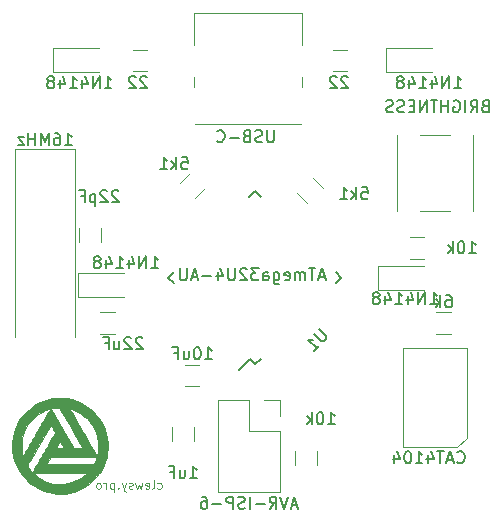
<source format=gbr>
G04 #@! TF.GenerationSoftware,KiCad,Pcbnew,5.1.5+dfsg1-2build2*
G04 #@! TF.CreationDate,2020-08-03T15:49:09+10:00*
G04 #@! TF.ProjectId,macr0,6d616372-302e-46b6-9963-61645f706362,rev?*
G04 #@! TF.SameCoordinates,Original*
G04 #@! TF.FileFunction,Legend,Bot*
G04 #@! TF.FilePolarity,Positive*
%FSLAX46Y46*%
G04 Gerber Fmt 4.6, Leading zero omitted, Abs format (unit mm)*
G04 Created by KiCad (PCBNEW 5.1.5+dfsg1-2build2) date 2020-08-03 15:49:09*
%MOMM*%
%LPD*%
G04 APERTURE LIST*
%ADD10C,0.125000*%
%ADD11C,0.010000*%
%ADD12C,0.120000*%
%ADD13C,0.150000*%
G04 APERTURE END LIST*
D10*
X129410714Y-117651571D02*
X129482142Y-117687285D01*
X129625000Y-117687285D01*
X129696428Y-117651571D01*
X129732142Y-117615857D01*
X129767857Y-117544428D01*
X129767857Y-117330142D01*
X129732142Y-117258714D01*
X129696428Y-117223000D01*
X129625000Y-117187285D01*
X129482142Y-117187285D01*
X129410714Y-117223000D01*
X128982142Y-117687285D02*
X129053571Y-117651571D01*
X129089285Y-117580142D01*
X129089285Y-116937285D01*
X128410714Y-117651571D02*
X128482142Y-117687285D01*
X128625000Y-117687285D01*
X128696428Y-117651571D01*
X128732142Y-117580142D01*
X128732142Y-117294428D01*
X128696428Y-117223000D01*
X128625000Y-117187285D01*
X128482142Y-117187285D01*
X128410714Y-117223000D01*
X128375000Y-117294428D01*
X128375000Y-117365857D01*
X128732142Y-117437285D01*
X128125000Y-117187285D02*
X127982142Y-117687285D01*
X127839285Y-117330142D01*
X127696428Y-117687285D01*
X127553571Y-117187285D01*
X127303571Y-117651571D02*
X127232142Y-117687285D01*
X127089285Y-117687285D01*
X127017857Y-117651571D01*
X126982142Y-117580142D01*
X126982142Y-117544428D01*
X127017857Y-117473000D01*
X127089285Y-117437285D01*
X127196428Y-117437285D01*
X127267857Y-117401571D01*
X127303571Y-117330142D01*
X127303571Y-117294428D01*
X127267857Y-117223000D01*
X127196428Y-117187285D01*
X127089285Y-117187285D01*
X127017857Y-117223000D01*
X126732142Y-117187285D02*
X126553571Y-117687285D01*
X126375000Y-117187285D02*
X126553571Y-117687285D01*
X126625000Y-117865857D01*
X126660714Y-117901571D01*
X126732142Y-117937285D01*
X126089285Y-117615857D02*
X126053571Y-117651571D01*
X126089285Y-117687285D01*
X126125000Y-117651571D01*
X126089285Y-117615857D01*
X126089285Y-117687285D01*
X125732142Y-117187285D02*
X125732142Y-117937285D01*
X125732142Y-117223000D02*
X125660714Y-117187285D01*
X125517857Y-117187285D01*
X125446428Y-117223000D01*
X125410714Y-117258714D01*
X125375000Y-117330142D01*
X125375000Y-117544428D01*
X125410714Y-117615857D01*
X125446428Y-117651571D01*
X125517857Y-117687285D01*
X125660714Y-117687285D01*
X125732142Y-117651571D01*
X125053571Y-117687285D02*
X125053571Y-117187285D01*
X125053571Y-117330142D02*
X125017857Y-117258714D01*
X124982142Y-117223000D01*
X124910714Y-117187285D01*
X124839285Y-117187285D01*
X124482142Y-117687285D02*
X124553571Y-117651571D01*
X124589285Y-117615857D01*
X124625000Y-117544428D01*
X124625000Y-117330142D01*
X124589285Y-117258714D01*
X124553571Y-117223000D01*
X124482142Y-117187285D01*
X124375000Y-117187285D01*
X124303571Y-117223000D01*
X124267857Y-117258714D01*
X124232142Y-117330142D01*
X124232142Y-117544428D01*
X124267857Y-117615857D01*
X124303571Y-117651571D01*
X124375000Y-117687285D01*
X124482142Y-117687285D01*
D11*
G36*
X120597640Y-110027533D02*
G01*
X120204791Y-110102179D01*
X119817960Y-110215889D01*
X119489954Y-110345898D01*
X119140320Y-110523894D01*
X118809197Y-110736587D01*
X118499530Y-110981133D01*
X118214262Y-111254688D01*
X117956338Y-111554408D01*
X117728702Y-111877451D01*
X117534297Y-112220972D01*
X117521041Y-112247680D01*
X117360946Y-112617618D01*
X117239695Y-112994361D01*
X117156561Y-113375456D01*
X117110814Y-113758452D01*
X117101727Y-114140899D01*
X117128571Y-114520345D01*
X117190619Y-114894340D01*
X117287142Y-115260431D01*
X117417413Y-115616169D01*
X117580703Y-115959103D01*
X117776284Y-116286780D01*
X118003427Y-116596750D01*
X118261406Y-116886563D01*
X118549491Y-117153767D01*
X118866954Y-117395910D01*
X119093714Y-117541701D01*
X119430641Y-117720286D01*
X119788251Y-117866326D01*
X120161439Y-117978688D01*
X120545101Y-118056238D01*
X120934132Y-118097841D01*
X121323427Y-118102364D01*
X121549829Y-118087310D01*
X121944382Y-118029330D01*
X122327260Y-117933598D01*
X122696216Y-117801891D01*
X123049005Y-117635987D01*
X123383383Y-117437663D01*
X123697103Y-117208698D01*
X123987920Y-116950869D01*
X124253590Y-116665955D01*
X124491866Y-116355732D01*
X124513052Y-116321840D01*
X123462408Y-116321840D01*
X123382084Y-116405049D01*
X123257492Y-116519533D01*
X123102259Y-116639096D01*
X122925057Y-116758513D01*
X122734557Y-116872561D01*
X122539431Y-116976015D01*
X122348350Y-117063650D01*
X122188502Y-117124178D01*
X121852244Y-117216201D01*
X121506906Y-117272138D01*
X121160020Y-117291137D01*
X120850273Y-117275699D01*
X120579212Y-117238622D01*
X120328083Y-117183168D01*
X120083880Y-117105530D01*
X119833593Y-117001901D01*
X119704664Y-116940418D01*
X119550452Y-116857465D01*
X119390863Y-116759915D01*
X119235567Y-116654485D01*
X119094236Y-116547894D01*
X118976541Y-116446859D01*
X118933917Y-116405049D01*
X118853593Y-116321840D01*
X123462408Y-116321840D01*
X124513052Y-116321840D01*
X124700503Y-116021979D01*
X124877256Y-115666473D01*
X124997746Y-115357303D01*
X125108665Y-114973089D01*
X125109785Y-114967000D01*
X124266960Y-114967000D01*
X124259547Y-114998460D01*
X124239628Y-115058191D01*
X124210688Y-115137103D01*
X124176209Y-115226104D01*
X124139674Y-115316102D01*
X124104568Y-115398007D01*
X124087226Y-115436106D01*
X124005437Y-115610640D01*
X122022919Y-115610640D01*
X121742865Y-115610525D01*
X121474597Y-115610191D01*
X121220869Y-115609655D01*
X120984434Y-115608931D01*
X120768047Y-115608036D01*
X120574462Y-115606986D01*
X120406434Y-115605797D01*
X120266716Y-115604485D01*
X120158063Y-115603065D01*
X120083228Y-115601553D01*
X120044967Y-115599965D01*
X120040400Y-115599187D01*
X120050234Y-115578831D01*
X120077540Y-115529331D01*
X120119023Y-115456478D01*
X120171391Y-115366061D01*
X120225335Y-115274067D01*
X120410269Y-114960400D01*
X122338615Y-114960400D01*
X122614740Y-114960467D01*
X122879042Y-114960665D01*
X123128728Y-114960982D01*
X123361005Y-114961410D01*
X123573080Y-114961939D01*
X123762161Y-114962559D01*
X123925455Y-114963261D01*
X124060170Y-114964035D01*
X124163513Y-114964872D01*
X124232691Y-114965762D01*
X124264911Y-114966695D01*
X124266960Y-114967000D01*
X125109785Y-114967000D01*
X125180286Y-114583942D01*
X125213218Y-114192598D01*
X125212481Y-114136624D01*
X124401631Y-114136624D01*
X124392286Y-114297434D01*
X124379165Y-114421236D01*
X124363209Y-114542516D01*
X124345566Y-114655204D01*
X124327390Y-114753229D01*
X124309828Y-114830520D01*
X124294033Y-114881005D01*
X124281154Y-114898613D01*
X124278619Y-114897268D01*
X124267653Y-114878966D01*
X124237682Y-114827691D01*
X124189998Y-114745679D01*
X124125895Y-114635165D01*
X124046666Y-114498385D01*
X123953603Y-114337572D01*
X123889380Y-114226517D01*
X123075052Y-114226517D01*
X123070136Y-114235580D01*
X123050504Y-114241687D01*
X123011123Y-114245254D01*
X122946959Y-114246697D01*
X122852978Y-114246432D01*
X122724146Y-114244877D01*
X122701741Y-114244562D01*
X122313178Y-114239040D01*
X122311002Y-114235272D01*
X121483120Y-114235272D01*
X121463935Y-114239974D01*
X121410912Y-114243999D01*
X121330852Y-114247054D01*
X121230556Y-114248848D01*
X121158000Y-114249200D01*
X121048227Y-114248378D01*
X120954284Y-114246106D01*
X120882974Y-114242677D01*
X120841096Y-114238380D01*
X120832880Y-114235272D01*
X120842565Y-114211322D01*
X120868756Y-114160946D01*
X120907163Y-114091470D01*
X120953496Y-114010221D01*
X121003461Y-113924524D01*
X121052768Y-113841706D01*
X121097126Y-113769091D01*
X121132243Y-113714008D01*
X121153827Y-113683781D01*
X121158000Y-113680240D01*
X121172030Y-113696772D01*
X121201538Y-113741485D01*
X121242235Y-113807053D01*
X121289828Y-113886149D01*
X121340026Y-113971448D01*
X121388539Y-114055623D01*
X121431074Y-114131349D01*
X121463340Y-114191299D01*
X121481046Y-114228148D01*
X121483120Y-114235272D01*
X122311002Y-114235272D01*
X121567268Y-112947707D01*
X120731280Y-112947707D01*
X120721390Y-112967778D01*
X120692830Y-113020124D01*
X120647268Y-113101838D01*
X120586371Y-113210008D01*
X120511806Y-113341727D01*
X120425241Y-113494083D01*
X120328342Y-113664169D01*
X120222777Y-113849074D01*
X120110213Y-114045889D01*
X119992317Y-114251704D01*
X119870756Y-114463610D01*
X119747199Y-114678698D01*
X119623311Y-114894058D01*
X119500760Y-115106780D01*
X119381213Y-115313955D01*
X119266338Y-115512674D01*
X119157802Y-115700027D01*
X119057272Y-115873105D01*
X118966414Y-116028998D01*
X118926506Y-116097248D01*
X118814112Y-116289216D01*
X118714714Y-116178528D01*
X118656679Y-116109419D01*
X118588599Y-116021667D01*
X118522402Y-115930814D01*
X118502187Y-115901602D01*
X118452623Y-115824191D01*
X118417487Y-115760040D01*
X118400752Y-115716826D01*
X118400566Y-115705371D01*
X118412785Y-115682249D01*
X118443607Y-115627090D01*
X118491314Y-115542867D01*
X118554190Y-115432554D01*
X118630517Y-115299123D01*
X118718578Y-115145548D01*
X118816656Y-114974802D01*
X118923034Y-114789858D01*
X119035996Y-114593690D01*
X119153823Y-114389269D01*
X119274799Y-114179570D01*
X119397207Y-113967565D01*
X119519330Y-113756227D01*
X119639451Y-113548531D01*
X119755852Y-113347448D01*
X119866817Y-113155952D01*
X119970628Y-112977015D01*
X120065569Y-112813612D01*
X120149922Y-112668715D01*
X120221970Y-112545298D01*
X120279997Y-112446333D01*
X120322285Y-112374793D01*
X120347117Y-112333652D01*
X120353016Y-112324689D01*
X120366661Y-112324266D01*
X120389482Y-112346394D01*
X120423710Y-112394269D01*
X120471577Y-112471086D01*
X120535313Y-112580041D01*
X120553480Y-112611786D01*
X120611148Y-112714194D01*
X120661010Y-112805254D01*
X120699795Y-112878786D01*
X120724233Y-112928609D01*
X120731280Y-112947707D01*
X121567268Y-112947707D01*
X121350711Y-112572800D01*
X121212854Y-112333735D01*
X121081195Y-112104636D01*
X120957115Y-111887945D01*
X120841991Y-111686107D01*
X120737204Y-111501566D01*
X120644132Y-111336765D01*
X120564153Y-111194148D01*
X120498647Y-111076160D01*
X120448993Y-110985245D01*
X120416569Y-110923845D01*
X120411979Y-110914062D01*
X120341595Y-110914062D01*
X120327547Y-110941331D01*
X120294944Y-111000160D01*
X120245356Y-111087857D01*
X120180351Y-111201730D01*
X120101500Y-111339090D01*
X120010372Y-111497243D01*
X119908537Y-111673500D01*
X119797563Y-111865170D01*
X119679021Y-112069560D01*
X119554479Y-112283980D01*
X119425508Y-112505739D01*
X119293676Y-112732146D01*
X119160554Y-112960509D01*
X119027710Y-113188138D01*
X118896715Y-113412341D01*
X118769138Y-113630427D01*
X118646547Y-113839705D01*
X118530513Y-114037484D01*
X118422606Y-114221073D01*
X118324394Y-114387780D01*
X118237447Y-114534914D01*
X118163334Y-114659785D01*
X118103626Y-114759701D01*
X118059891Y-114831971D01*
X118033699Y-114873903D01*
X118026435Y-114883803D01*
X118015549Y-114857818D01*
X117999791Y-114803425D01*
X117982441Y-114732028D01*
X117981258Y-114726720D01*
X117928721Y-114401156D01*
X117911197Y-114063322D01*
X117928400Y-113721079D01*
X117980041Y-113382289D01*
X118039372Y-113141486D01*
X118155355Y-112810964D01*
X118306661Y-112495700D01*
X118490559Y-112198734D01*
X118704315Y-111923103D01*
X118945196Y-111671846D01*
X119210469Y-111448000D01*
X119497400Y-111254604D01*
X119803257Y-111094695D01*
X119928640Y-111041443D01*
X120048005Y-110995491D01*
X120153747Y-110957686D01*
X120240697Y-110929622D01*
X120303687Y-110912893D01*
X120337548Y-110909092D01*
X120341595Y-110914062D01*
X120411979Y-110914062D01*
X120402756Y-110894406D01*
X120402453Y-110892165D01*
X120431505Y-110880135D01*
X120491965Y-110865886D01*
X120574759Y-110850803D01*
X120670814Y-110836269D01*
X120771059Y-110823667D01*
X120866420Y-110814382D01*
X120941272Y-110809983D01*
X121100463Y-110804960D01*
X122075365Y-112491520D01*
X122214796Y-112732747D01*
X122348677Y-112964398D01*
X122475578Y-113184000D01*
X122594071Y-113389078D01*
X122702726Y-113577158D01*
X122800114Y-113745766D01*
X122884806Y-113892427D01*
X122955374Y-114014667D01*
X123010387Y-114110011D01*
X123048417Y-114175987D01*
X123068035Y-114210118D01*
X123070286Y-114214082D01*
X123075052Y-114226517D01*
X123889380Y-114226517D01*
X123848000Y-114154964D01*
X123731149Y-113952794D01*
X123604344Y-113733299D01*
X123468877Y-113498714D01*
X123326041Y-113251273D01*
X123177130Y-112993213D01*
X123129734Y-112911057D01*
X122979404Y-112650210D01*
X122835047Y-112399238D01*
X122697934Y-112160376D01*
X122569337Y-111935859D01*
X122450526Y-111727925D01*
X122342773Y-111538808D01*
X122247348Y-111370744D01*
X122165524Y-111225970D01*
X122098570Y-111106721D01*
X122047759Y-111015233D01*
X122014361Y-110953742D01*
X121999648Y-110924484D01*
X121999087Y-110922300D01*
X122024496Y-110922070D01*
X122079968Y-110935687D01*
X122158383Y-110960606D01*
X122252617Y-110994280D01*
X122355547Y-111034164D01*
X122460051Y-111077711D01*
X122559006Y-111122377D01*
X122559510Y-111122616D01*
X122865011Y-111289361D01*
X123150269Y-111489480D01*
X123412738Y-111719760D01*
X123649869Y-111976990D01*
X123859113Y-112257957D01*
X124037924Y-112559448D01*
X124183754Y-112878253D01*
X124294053Y-113211158D01*
X124328928Y-113353305D01*
X124373160Y-113608418D01*
X124397777Y-113875220D01*
X124401631Y-114136624D01*
X125212481Y-114136624D01*
X125208071Y-113801796D01*
X125165455Y-113414271D01*
X125085982Y-113032760D01*
X124970262Y-112660001D01*
X124818904Y-112298731D01*
X124632519Y-111951686D01*
X124411718Y-111621604D01*
X124157111Y-111311221D01*
X124076071Y-111224276D01*
X123863690Y-111021990D01*
X123622585Y-110825436D01*
X123364572Y-110643180D01*
X123101469Y-110483789D01*
X122936000Y-110397798D01*
X122561462Y-110238884D01*
X122177392Y-110118800D01*
X121786384Y-110037583D01*
X121391028Y-109995274D01*
X120993916Y-109991911D01*
X120597640Y-110027533D01*
G37*
X120597640Y-110027533D02*
X120204791Y-110102179D01*
X119817960Y-110215889D01*
X119489954Y-110345898D01*
X119140320Y-110523894D01*
X118809197Y-110736587D01*
X118499530Y-110981133D01*
X118214262Y-111254688D01*
X117956338Y-111554408D01*
X117728702Y-111877451D01*
X117534297Y-112220972D01*
X117521041Y-112247680D01*
X117360946Y-112617618D01*
X117239695Y-112994361D01*
X117156561Y-113375456D01*
X117110814Y-113758452D01*
X117101727Y-114140899D01*
X117128571Y-114520345D01*
X117190619Y-114894340D01*
X117287142Y-115260431D01*
X117417413Y-115616169D01*
X117580703Y-115959103D01*
X117776284Y-116286780D01*
X118003427Y-116596750D01*
X118261406Y-116886563D01*
X118549491Y-117153767D01*
X118866954Y-117395910D01*
X119093714Y-117541701D01*
X119430641Y-117720286D01*
X119788251Y-117866326D01*
X120161439Y-117978688D01*
X120545101Y-118056238D01*
X120934132Y-118097841D01*
X121323427Y-118102364D01*
X121549829Y-118087310D01*
X121944382Y-118029330D01*
X122327260Y-117933598D01*
X122696216Y-117801891D01*
X123049005Y-117635987D01*
X123383383Y-117437663D01*
X123697103Y-117208698D01*
X123987920Y-116950869D01*
X124253590Y-116665955D01*
X124491866Y-116355732D01*
X124513052Y-116321840D01*
X123462408Y-116321840D01*
X123382084Y-116405049D01*
X123257492Y-116519533D01*
X123102259Y-116639096D01*
X122925057Y-116758513D01*
X122734557Y-116872561D01*
X122539431Y-116976015D01*
X122348350Y-117063650D01*
X122188502Y-117124178D01*
X121852244Y-117216201D01*
X121506906Y-117272138D01*
X121160020Y-117291137D01*
X120850273Y-117275699D01*
X120579212Y-117238622D01*
X120328083Y-117183168D01*
X120083880Y-117105530D01*
X119833593Y-117001901D01*
X119704664Y-116940418D01*
X119550452Y-116857465D01*
X119390863Y-116759915D01*
X119235567Y-116654485D01*
X119094236Y-116547894D01*
X118976541Y-116446859D01*
X118933917Y-116405049D01*
X118853593Y-116321840D01*
X123462408Y-116321840D01*
X124513052Y-116321840D01*
X124700503Y-116021979D01*
X124877256Y-115666473D01*
X124997746Y-115357303D01*
X125108665Y-114973089D01*
X125109785Y-114967000D01*
X124266960Y-114967000D01*
X124259547Y-114998460D01*
X124239628Y-115058191D01*
X124210688Y-115137103D01*
X124176209Y-115226104D01*
X124139674Y-115316102D01*
X124104568Y-115398007D01*
X124087226Y-115436106D01*
X124005437Y-115610640D01*
X122022919Y-115610640D01*
X121742865Y-115610525D01*
X121474597Y-115610191D01*
X121220869Y-115609655D01*
X120984434Y-115608931D01*
X120768047Y-115608036D01*
X120574462Y-115606986D01*
X120406434Y-115605797D01*
X120266716Y-115604485D01*
X120158063Y-115603065D01*
X120083228Y-115601553D01*
X120044967Y-115599965D01*
X120040400Y-115599187D01*
X120050234Y-115578831D01*
X120077540Y-115529331D01*
X120119023Y-115456478D01*
X120171391Y-115366061D01*
X120225335Y-115274067D01*
X120410269Y-114960400D01*
X122338615Y-114960400D01*
X122614740Y-114960467D01*
X122879042Y-114960665D01*
X123128728Y-114960982D01*
X123361005Y-114961410D01*
X123573080Y-114961939D01*
X123762161Y-114962559D01*
X123925455Y-114963261D01*
X124060170Y-114964035D01*
X124163513Y-114964872D01*
X124232691Y-114965762D01*
X124264911Y-114966695D01*
X124266960Y-114967000D01*
X125109785Y-114967000D01*
X125180286Y-114583942D01*
X125213218Y-114192598D01*
X125212481Y-114136624D01*
X124401631Y-114136624D01*
X124392286Y-114297434D01*
X124379165Y-114421236D01*
X124363209Y-114542516D01*
X124345566Y-114655204D01*
X124327390Y-114753229D01*
X124309828Y-114830520D01*
X124294033Y-114881005D01*
X124281154Y-114898613D01*
X124278619Y-114897268D01*
X124267653Y-114878966D01*
X124237682Y-114827691D01*
X124189998Y-114745679D01*
X124125895Y-114635165D01*
X124046666Y-114498385D01*
X123953603Y-114337572D01*
X123889380Y-114226517D01*
X123075052Y-114226517D01*
X123070136Y-114235580D01*
X123050504Y-114241687D01*
X123011123Y-114245254D01*
X122946959Y-114246697D01*
X122852978Y-114246432D01*
X122724146Y-114244877D01*
X122701741Y-114244562D01*
X122313178Y-114239040D01*
X122311002Y-114235272D01*
X121483120Y-114235272D01*
X121463935Y-114239974D01*
X121410912Y-114243999D01*
X121330852Y-114247054D01*
X121230556Y-114248848D01*
X121158000Y-114249200D01*
X121048227Y-114248378D01*
X120954284Y-114246106D01*
X120882974Y-114242677D01*
X120841096Y-114238380D01*
X120832880Y-114235272D01*
X120842565Y-114211322D01*
X120868756Y-114160946D01*
X120907163Y-114091470D01*
X120953496Y-114010221D01*
X121003461Y-113924524D01*
X121052768Y-113841706D01*
X121097126Y-113769091D01*
X121132243Y-113714008D01*
X121153827Y-113683781D01*
X121158000Y-113680240D01*
X121172030Y-113696772D01*
X121201538Y-113741485D01*
X121242235Y-113807053D01*
X121289828Y-113886149D01*
X121340026Y-113971448D01*
X121388539Y-114055623D01*
X121431074Y-114131349D01*
X121463340Y-114191299D01*
X121481046Y-114228148D01*
X121483120Y-114235272D01*
X122311002Y-114235272D01*
X121567268Y-112947707D01*
X120731280Y-112947707D01*
X120721390Y-112967778D01*
X120692830Y-113020124D01*
X120647268Y-113101838D01*
X120586371Y-113210008D01*
X120511806Y-113341727D01*
X120425241Y-113494083D01*
X120328342Y-113664169D01*
X120222777Y-113849074D01*
X120110213Y-114045889D01*
X119992317Y-114251704D01*
X119870756Y-114463610D01*
X119747199Y-114678698D01*
X119623311Y-114894058D01*
X119500760Y-115106780D01*
X119381213Y-115313955D01*
X119266338Y-115512674D01*
X119157802Y-115700027D01*
X119057272Y-115873105D01*
X118966414Y-116028998D01*
X118926506Y-116097248D01*
X118814112Y-116289216D01*
X118714714Y-116178528D01*
X118656679Y-116109419D01*
X118588599Y-116021667D01*
X118522402Y-115930814D01*
X118502187Y-115901602D01*
X118452623Y-115824191D01*
X118417487Y-115760040D01*
X118400752Y-115716826D01*
X118400566Y-115705371D01*
X118412785Y-115682249D01*
X118443607Y-115627090D01*
X118491314Y-115542867D01*
X118554190Y-115432554D01*
X118630517Y-115299123D01*
X118718578Y-115145548D01*
X118816656Y-114974802D01*
X118923034Y-114789858D01*
X119035996Y-114593690D01*
X119153823Y-114389269D01*
X119274799Y-114179570D01*
X119397207Y-113967565D01*
X119519330Y-113756227D01*
X119639451Y-113548531D01*
X119755852Y-113347448D01*
X119866817Y-113155952D01*
X119970628Y-112977015D01*
X120065569Y-112813612D01*
X120149922Y-112668715D01*
X120221970Y-112545298D01*
X120279997Y-112446333D01*
X120322285Y-112374793D01*
X120347117Y-112333652D01*
X120353016Y-112324689D01*
X120366661Y-112324266D01*
X120389482Y-112346394D01*
X120423710Y-112394269D01*
X120471577Y-112471086D01*
X120535313Y-112580041D01*
X120553480Y-112611786D01*
X120611148Y-112714194D01*
X120661010Y-112805254D01*
X120699795Y-112878786D01*
X120724233Y-112928609D01*
X120731280Y-112947707D01*
X121567268Y-112947707D01*
X121350711Y-112572800D01*
X121212854Y-112333735D01*
X121081195Y-112104636D01*
X120957115Y-111887945D01*
X120841991Y-111686107D01*
X120737204Y-111501566D01*
X120644132Y-111336765D01*
X120564153Y-111194148D01*
X120498647Y-111076160D01*
X120448993Y-110985245D01*
X120416569Y-110923845D01*
X120411979Y-110914062D01*
X120341595Y-110914062D01*
X120327547Y-110941331D01*
X120294944Y-111000160D01*
X120245356Y-111087857D01*
X120180351Y-111201730D01*
X120101500Y-111339090D01*
X120010372Y-111497243D01*
X119908537Y-111673500D01*
X119797563Y-111865170D01*
X119679021Y-112069560D01*
X119554479Y-112283980D01*
X119425508Y-112505739D01*
X119293676Y-112732146D01*
X119160554Y-112960509D01*
X119027710Y-113188138D01*
X118896715Y-113412341D01*
X118769138Y-113630427D01*
X118646547Y-113839705D01*
X118530513Y-114037484D01*
X118422606Y-114221073D01*
X118324394Y-114387780D01*
X118237447Y-114534914D01*
X118163334Y-114659785D01*
X118103626Y-114759701D01*
X118059891Y-114831971D01*
X118033699Y-114873903D01*
X118026435Y-114883803D01*
X118015549Y-114857818D01*
X117999791Y-114803425D01*
X117982441Y-114732028D01*
X117981258Y-114726720D01*
X117928721Y-114401156D01*
X117911197Y-114063322D01*
X117928400Y-113721079D01*
X117980041Y-113382289D01*
X118039372Y-113141486D01*
X118155355Y-112810964D01*
X118306661Y-112495700D01*
X118490559Y-112198734D01*
X118704315Y-111923103D01*
X118945196Y-111671846D01*
X119210469Y-111448000D01*
X119497400Y-111254604D01*
X119803257Y-111094695D01*
X119928640Y-111041443D01*
X120048005Y-110995491D01*
X120153747Y-110957686D01*
X120240697Y-110929622D01*
X120303687Y-110912893D01*
X120337548Y-110909092D01*
X120341595Y-110914062D01*
X120411979Y-110914062D01*
X120402756Y-110894406D01*
X120402453Y-110892165D01*
X120431505Y-110880135D01*
X120491965Y-110865886D01*
X120574759Y-110850803D01*
X120670814Y-110836269D01*
X120771059Y-110823667D01*
X120866420Y-110814382D01*
X120941272Y-110809983D01*
X121100463Y-110804960D01*
X122075365Y-112491520D01*
X122214796Y-112732747D01*
X122348677Y-112964398D01*
X122475578Y-113184000D01*
X122594071Y-113389078D01*
X122702726Y-113577158D01*
X122800114Y-113745766D01*
X122884806Y-113892427D01*
X122955374Y-114014667D01*
X123010387Y-114110011D01*
X123048417Y-114175987D01*
X123068035Y-114210118D01*
X123070286Y-114214082D01*
X123075052Y-114226517D01*
X123889380Y-114226517D01*
X123848000Y-114154964D01*
X123731149Y-113952794D01*
X123604344Y-113733299D01*
X123468877Y-113498714D01*
X123326041Y-113251273D01*
X123177130Y-112993213D01*
X123129734Y-112911057D01*
X122979404Y-112650210D01*
X122835047Y-112399238D01*
X122697934Y-112160376D01*
X122569337Y-111935859D01*
X122450526Y-111727925D01*
X122342773Y-111538808D01*
X122247348Y-111370744D01*
X122165524Y-111225970D01*
X122098570Y-111106721D01*
X122047759Y-111015233D01*
X122014361Y-110953742D01*
X121999648Y-110924484D01*
X121999087Y-110922300D01*
X122024496Y-110922070D01*
X122079968Y-110935687D01*
X122158383Y-110960606D01*
X122252617Y-110994280D01*
X122355547Y-111034164D01*
X122460051Y-111077711D01*
X122559006Y-111122377D01*
X122559510Y-111122616D01*
X122865011Y-111289361D01*
X123150269Y-111489480D01*
X123412738Y-111719760D01*
X123649869Y-111976990D01*
X123859113Y-112257957D01*
X124037924Y-112559448D01*
X124183754Y-112878253D01*
X124294053Y-113211158D01*
X124328928Y-113353305D01*
X124373160Y-113608418D01*
X124397777Y-113875220D01*
X124401631Y-114136624D01*
X125212481Y-114136624D01*
X125208071Y-113801796D01*
X125165455Y-113414271D01*
X125085982Y-113032760D01*
X124970262Y-112660001D01*
X124818904Y-112298731D01*
X124632519Y-111951686D01*
X124411718Y-111621604D01*
X124157111Y-111311221D01*
X124076071Y-111224276D01*
X123863690Y-111021990D01*
X123622585Y-110825436D01*
X123364572Y-110643180D01*
X123101469Y-110483789D01*
X122936000Y-110397798D01*
X122561462Y-110238884D01*
X122177392Y-110118800D01*
X121786384Y-110037583D01*
X121391028Y-109995274D01*
X120993916Y-109991911D01*
X120597640Y-110027533D01*
D12*
X122788000Y-95627436D02*
X122788000Y-96831564D01*
X124608000Y-95627436D02*
X124608000Y-96831564D01*
X124583436Y-104542000D02*
X125787564Y-104542000D01*
X124583436Y-102722000D02*
X125787564Y-102722000D01*
X132482000Y-112464436D02*
X132482000Y-113668564D01*
X130662000Y-112464436D02*
X130662000Y-113668564D01*
X131768436Y-107167000D02*
X132972564Y-107167000D01*
X131768436Y-108987000D02*
X132972564Y-108987000D01*
X120558000Y-82407000D02*
X124458000Y-82407000D01*
X120558000Y-80407000D02*
X124458000Y-80407000D01*
X120558000Y-82407000D02*
X120558000Y-80407000D01*
X148753000Y-82407000D02*
X148753000Y-80407000D01*
X148753000Y-80407000D02*
X152653000Y-80407000D01*
X148753000Y-82407000D02*
X152653000Y-82407000D01*
X122718000Y-101457000D02*
X122718000Y-99457000D01*
X122718000Y-99457000D02*
X126618000Y-99457000D01*
X122718000Y-101457000D02*
X126618000Y-101457000D01*
X148118000Y-100822000D02*
X152018000Y-100822000D01*
X148118000Y-98822000D02*
X152018000Y-98822000D01*
X148118000Y-100822000D02*
X148118000Y-98822000D01*
X142896000Y-114496436D02*
X142896000Y-115700564D01*
X141076000Y-114496436D02*
X141076000Y-115700564D01*
X150818436Y-98192000D02*
X152022564Y-98192000D01*
X150818436Y-96372000D02*
X152022564Y-96372000D01*
X131301309Y-91766077D02*
X132152756Y-90914630D01*
X132588244Y-93053012D02*
X133439691Y-92201565D01*
X143400370Y-92202435D02*
X142548923Y-91350988D01*
X142113435Y-93489370D02*
X141261988Y-92637923D01*
X127323436Y-82317000D02*
X128527564Y-82317000D01*
X127323436Y-80497000D02*
X128527564Y-80497000D01*
X145472564Y-82317000D02*
X144268436Y-82317000D01*
X145472564Y-80497000D02*
X144268436Y-80497000D01*
X153031436Y-104542000D02*
X154235564Y-104542000D01*
X153031436Y-102722000D02*
X154235564Y-102722000D01*
X149678000Y-94162000D02*
X149708000Y-94162000D01*
X156138000Y-94162000D02*
X156108000Y-94162000D01*
X156138000Y-87702000D02*
X156108000Y-87702000D01*
X149708000Y-87702000D02*
X149678000Y-87702000D01*
X151608000Y-94162000D02*
X154208000Y-94162000D01*
X149678000Y-87702000D02*
X149678000Y-94162000D01*
X151608000Y-87702000D02*
X154208000Y-87702000D01*
X156138000Y-87702000D02*
X156138000Y-94162000D01*
D13*
X137668000Y-107140555D02*
X137261414Y-106733969D01*
X144986555Y-99822000D02*
X144509258Y-99344703D01*
X137668000Y-92503445D02*
X138145297Y-92980742D01*
X130349445Y-99822000D02*
X130826742Y-100299297D01*
X137668000Y-107140555D02*
X138145297Y-106663258D01*
X130349445Y-99822000D02*
X130826742Y-99344703D01*
X137668000Y-92503445D02*
X137190703Y-92980742D01*
X144986555Y-99822000D02*
X144509258Y-100299297D01*
X137261414Y-106733969D02*
X136359852Y-107635530D01*
D12*
X154813000Y-114182000D02*
X155613000Y-113382000D01*
X155613000Y-113382000D02*
X155613000Y-105782000D01*
X155613000Y-105782000D02*
X150203000Y-105782000D01*
X150203000Y-105782000D02*
X150203000Y-114182000D01*
X150203000Y-114182000D02*
X154813000Y-114182000D01*
X117338000Y-104864500D02*
X117338000Y-88889500D01*
X117338000Y-88889500D02*
X122438000Y-88889500D01*
X122438000Y-88889500D02*
X122438000Y-104864500D01*
X139760000Y-110176000D02*
X138430000Y-110176000D01*
X139760000Y-111506000D02*
X139760000Y-110176000D01*
X137160000Y-110176000D02*
X134560000Y-110176000D01*
X137160000Y-112776000D02*
X137160000Y-110176000D01*
X139760000Y-112776000D02*
X137160000Y-112776000D01*
X134560000Y-110176000D02*
X134560000Y-117916000D01*
X139760000Y-112776000D02*
X139760000Y-117916000D01*
X139760000Y-117916000D02*
X134560000Y-117916000D01*
X132492000Y-77376000D02*
X141682000Y-77376000D01*
X132612000Y-86786000D02*
X141562000Y-86786000D01*
X141682000Y-80106000D02*
X141682000Y-77376000D01*
X132492000Y-80106000D02*
X132492000Y-77376000D01*
X141682000Y-83706000D02*
X141682000Y-82806000D01*
X132492000Y-83706000D02*
X132492000Y-82806000D01*
D13*
X126102857Y-92511619D02*
X126055238Y-92464000D01*
X125960000Y-92416380D01*
X125721904Y-92416380D01*
X125626666Y-92464000D01*
X125579047Y-92511619D01*
X125531428Y-92606857D01*
X125531428Y-92702095D01*
X125579047Y-92844952D01*
X126150476Y-93416380D01*
X125531428Y-93416380D01*
X125150476Y-92511619D02*
X125102857Y-92464000D01*
X125007619Y-92416380D01*
X124769523Y-92416380D01*
X124674285Y-92464000D01*
X124626666Y-92511619D01*
X124579047Y-92606857D01*
X124579047Y-92702095D01*
X124626666Y-92844952D01*
X125198095Y-93416380D01*
X124579047Y-93416380D01*
X124150476Y-92749714D02*
X124150476Y-93749714D01*
X124150476Y-92797333D02*
X124055238Y-92749714D01*
X123864761Y-92749714D01*
X123769523Y-92797333D01*
X123721904Y-92844952D01*
X123674285Y-92940190D01*
X123674285Y-93225904D01*
X123721904Y-93321142D01*
X123769523Y-93368761D01*
X123864761Y-93416380D01*
X124055238Y-93416380D01*
X124150476Y-93368761D01*
X122912380Y-92892571D02*
X123245714Y-92892571D01*
X123245714Y-93416380D02*
X123245714Y-92416380D01*
X122769523Y-92416380D01*
X128134857Y-104957619D02*
X128087238Y-104910000D01*
X127992000Y-104862380D01*
X127753904Y-104862380D01*
X127658666Y-104910000D01*
X127611047Y-104957619D01*
X127563428Y-105052857D01*
X127563428Y-105148095D01*
X127611047Y-105290952D01*
X128182476Y-105862380D01*
X127563428Y-105862380D01*
X127182476Y-104957619D02*
X127134857Y-104910000D01*
X127039619Y-104862380D01*
X126801523Y-104862380D01*
X126706285Y-104910000D01*
X126658666Y-104957619D01*
X126611047Y-105052857D01*
X126611047Y-105148095D01*
X126658666Y-105290952D01*
X127230095Y-105862380D01*
X126611047Y-105862380D01*
X125753904Y-105195714D02*
X125753904Y-105862380D01*
X126182476Y-105195714D02*
X126182476Y-105719523D01*
X126134857Y-105814761D01*
X126039619Y-105862380D01*
X125896761Y-105862380D01*
X125801523Y-105814761D01*
X125753904Y-105767142D01*
X124944380Y-105338571D02*
X125277714Y-105338571D01*
X125277714Y-105862380D02*
X125277714Y-104862380D01*
X124801523Y-104862380D01*
X132167238Y-116784380D02*
X132738666Y-116784380D01*
X132452952Y-116784380D02*
X132452952Y-115784380D01*
X132548190Y-115927238D01*
X132643428Y-116022476D01*
X132738666Y-116070095D01*
X131310095Y-116117714D02*
X131310095Y-116784380D01*
X131738666Y-116117714D02*
X131738666Y-116641523D01*
X131691047Y-116736761D01*
X131595809Y-116784380D01*
X131452952Y-116784380D01*
X131357714Y-116736761D01*
X131310095Y-116689142D01*
X130500571Y-116260571D02*
X130833904Y-116260571D01*
X130833904Y-116784380D02*
X130833904Y-115784380D01*
X130357714Y-115784380D01*
X133441928Y-106709380D02*
X134013357Y-106709380D01*
X133727642Y-106709380D02*
X133727642Y-105709380D01*
X133822880Y-105852238D01*
X133918119Y-105947476D01*
X134013357Y-105995095D01*
X132822880Y-105709380D02*
X132727642Y-105709380D01*
X132632404Y-105757000D01*
X132584785Y-105804619D01*
X132537166Y-105899857D01*
X132489547Y-106090333D01*
X132489547Y-106328428D01*
X132537166Y-106518904D01*
X132584785Y-106614142D01*
X132632404Y-106661761D01*
X132727642Y-106709380D01*
X132822880Y-106709380D01*
X132918119Y-106661761D01*
X132965738Y-106614142D01*
X133013357Y-106518904D01*
X133060976Y-106328428D01*
X133060976Y-106090333D01*
X133013357Y-105899857D01*
X132965738Y-105804619D01*
X132918119Y-105757000D01*
X132822880Y-105709380D01*
X131632404Y-106042714D02*
X131632404Y-106709380D01*
X132060976Y-106042714D02*
X132060976Y-106566523D01*
X132013357Y-106661761D01*
X131918119Y-106709380D01*
X131775261Y-106709380D01*
X131680023Y-106661761D01*
X131632404Y-106614142D01*
X130822880Y-106185571D02*
X131156214Y-106185571D01*
X131156214Y-106709380D02*
X131156214Y-105709380D01*
X130680023Y-105709380D01*
X124950857Y-83764380D02*
X125522285Y-83764380D01*
X125236571Y-83764380D02*
X125236571Y-82764380D01*
X125331809Y-82907238D01*
X125427047Y-83002476D01*
X125522285Y-83050095D01*
X124522285Y-83764380D02*
X124522285Y-82764380D01*
X123950857Y-83764380D01*
X123950857Y-82764380D01*
X123046095Y-83097714D02*
X123046095Y-83764380D01*
X123284190Y-82716761D02*
X123522285Y-83431047D01*
X122903238Y-83431047D01*
X121998476Y-83764380D02*
X122569904Y-83764380D01*
X122284190Y-83764380D02*
X122284190Y-82764380D01*
X122379428Y-82907238D01*
X122474666Y-83002476D01*
X122569904Y-83050095D01*
X121141333Y-83097714D02*
X121141333Y-83764380D01*
X121379428Y-82716761D02*
X121617523Y-83431047D01*
X120998476Y-83431047D01*
X120474666Y-83192952D02*
X120569904Y-83145333D01*
X120617523Y-83097714D01*
X120665142Y-83002476D01*
X120665142Y-82954857D01*
X120617523Y-82859619D01*
X120569904Y-82812000D01*
X120474666Y-82764380D01*
X120284190Y-82764380D01*
X120188952Y-82812000D01*
X120141333Y-82859619D01*
X120093714Y-82954857D01*
X120093714Y-83002476D01*
X120141333Y-83097714D01*
X120188952Y-83145333D01*
X120284190Y-83192952D01*
X120474666Y-83192952D01*
X120569904Y-83240571D01*
X120617523Y-83288190D01*
X120665142Y-83383428D01*
X120665142Y-83573904D01*
X120617523Y-83669142D01*
X120569904Y-83716761D01*
X120474666Y-83764380D01*
X120284190Y-83764380D01*
X120188952Y-83716761D01*
X120141333Y-83669142D01*
X120093714Y-83573904D01*
X120093714Y-83383428D01*
X120141333Y-83288190D01*
X120188952Y-83240571D01*
X120284190Y-83192952D01*
X154542857Y-83764380D02*
X155114285Y-83764380D01*
X154828571Y-83764380D02*
X154828571Y-82764380D01*
X154923809Y-82907238D01*
X155019047Y-83002476D01*
X155114285Y-83050095D01*
X154114285Y-83764380D02*
X154114285Y-82764380D01*
X153542857Y-83764380D01*
X153542857Y-82764380D01*
X152638095Y-83097714D02*
X152638095Y-83764380D01*
X152876190Y-82716761D02*
X153114285Y-83431047D01*
X152495238Y-83431047D01*
X151590476Y-83764380D02*
X152161904Y-83764380D01*
X151876190Y-83764380D02*
X151876190Y-82764380D01*
X151971428Y-82907238D01*
X152066666Y-83002476D01*
X152161904Y-83050095D01*
X150733333Y-83097714D02*
X150733333Y-83764380D01*
X150971428Y-82716761D02*
X151209523Y-83431047D01*
X150590476Y-83431047D01*
X150066666Y-83192952D02*
X150161904Y-83145333D01*
X150209523Y-83097714D01*
X150257142Y-83002476D01*
X150257142Y-82954857D01*
X150209523Y-82859619D01*
X150161904Y-82812000D01*
X150066666Y-82764380D01*
X149876190Y-82764380D01*
X149780952Y-82812000D01*
X149733333Y-82859619D01*
X149685714Y-82954857D01*
X149685714Y-83002476D01*
X149733333Y-83097714D01*
X149780952Y-83145333D01*
X149876190Y-83192952D01*
X150066666Y-83192952D01*
X150161904Y-83240571D01*
X150209523Y-83288190D01*
X150257142Y-83383428D01*
X150257142Y-83573904D01*
X150209523Y-83669142D01*
X150161904Y-83716761D01*
X150066666Y-83764380D01*
X149876190Y-83764380D01*
X149780952Y-83716761D01*
X149733333Y-83669142D01*
X149685714Y-83573904D01*
X149685714Y-83383428D01*
X149733333Y-83288190D01*
X149780952Y-83240571D01*
X149876190Y-83192952D01*
X128888857Y-99004380D02*
X129460285Y-99004380D01*
X129174571Y-99004380D02*
X129174571Y-98004380D01*
X129269809Y-98147238D01*
X129365047Y-98242476D01*
X129460285Y-98290095D01*
X128460285Y-99004380D02*
X128460285Y-98004380D01*
X127888857Y-99004380D01*
X127888857Y-98004380D01*
X126984095Y-98337714D02*
X126984095Y-99004380D01*
X127222190Y-97956761D02*
X127460285Y-98671047D01*
X126841238Y-98671047D01*
X125936476Y-99004380D02*
X126507904Y-99004380D01*
X126222190Y-99004380D02*
X126222190Y-98004380D01*
X126317428Y-98147238D01*
X126412666Y-98242476D01*
X126507904Y-98290095D01*
X125079333Y-98337714D02*
X125079333Y-99004380D01*
X125317428Y-97956761D02*
X125555523Y-98671047D01*
X124936476Y-98671047D01*
X124412666Y-98432952D02*
X124507904Y-98385333D01*
X124555523Y-98337714D01*
X124603142Y-98242476D01*
X124603142Y-98194857D01*
X124555523Y-98099619D01*
X124507904Y-98052000D01*
X124412666Y-98004380D01*
X124222190Y-98004380D01*
X124126952Y-98052000D01*
X124079333Y-98099619D01*
X124031714Y-98194857D01*
X124031714Y-98242476D01*
X124079333Y-98337714D01*
X124126952Y-98385333D01*
X124222190Y-98432952D01*
X124412666Y-98432952D01*
X124507904Y-98480571D01*
X124555523Y-98528190D01*
X124603142Y-98623428D01*
X124603142Y-98813904D01*
X124555523Y-98909142D01*
X124507904Y-98956761D01*
X124412666Y-99004380D01*
X124222190Y-99004380D01*
X124126952Y-98956761D01*
X124079333Y-98909142D01*
X124031714Y-98813904D01*
X124031714Y-98623428D01*
X124079333Y-98528190D01*
X124126952Y-98480571D01*
X124222190Y-98432952D01*
X152510857Y-102052380D02*
X153082285Y-102052380D01*
X152796571Y-102052380D02*
X152796571Y-101052380D01*
X152891809Y-101195238D01*
X152987047Y-101290476D01*
X153082285Y-101338095D01*
X152082285Y-102052380D02*
X152082285Y-101052380D01*
X151510857Y-102052380D01*
X151510857Y-101052380D01*
X150606095Y-101385714D02*
X150606095Y-102052380D01*
X150844190Y-101004761D02*
X151082285Y-101719047D01*
X150463238Y-101719047D01*
X149558476Y-102052380D02*
X150129904Y-102052380D01*
X149844190Y-102052380D02*
X149844190Y-101052380D01*
X149939428Y-101195238D01*
X150034666Y-101290476D01*
X150129904Y-101338095D01*
X148701333Y-101385714D02*
X148701333Y-102052380D01*
X148939428Y-101004761D02*
X149177523Y-101719047D01*
X148558476Y-101719047D01*
X148034666Y-101480952D02*
X148129904Y-101433333D01*
X148177523Y-101385714D01*
X148225142Y-101290476D01*
X148225142Y-101242857D01*
X148177523Y-101147619D01*
X148129904Y-101100000D01*
X148034666Y-101052380D01*
X147844190Y-101052380D01*
X147748952Y-101100000D01*
X147701333Y-101147619D01*
X147653714Y-101242857D01*
X147653714Y-101290476D01*
X147701333Y-101385714D01*
X147748952Y-101433333D01*
X147844190Y-101480952D01*
X148034666Y-101480952D01*
X148129904Y-101528571D01*
X148177523Y-101576190D01*
X148225142Y-101671428D01*
X148225142Y-101861904D01*
X148177523Y-101957142D01*
X148129904Y-102004761D01*
X148034666Y-102052380D01*
X147844190Y-102052380D01*
X147748952Y-102004761D01*
X147701333Y-101957142D01*
X147653714Y-101861904D01*
X147653714Y-101671428D01*
X147701333Y-101576190D01*
X147748952Y-101528571D01*
X147844190Y-101480952D01*
X143851238Y-112212380D02*
X144422666Y-112212380D01*
X144136952Y-112212380D02*
X144136952Y-111212380D01*
X144232190Y-111355238D01*
X144327428Y-111450476D01*
X144422666Y-111498095D01*
X143232190Y-111212380D02*
X143136952Y-111212380D01*
X143041714Y-111260000D01*
X142994095Y-111307619D01*
X142946476Y-111402857D01*
X142898857Y-111593333D01*
X142898857Y-111831428D01*
X142946476Y-112021904D01*
X142994095Y-112117142D01*
X143041714Y-112164761D01*
X143136952Y-112212380D01*
X143232190Y-112212380D01*
X143327428Y-112164761D01*
X143375047Y-112117142D01*
X143422666Y-112021904D01*
X143470285Y-111831428D01*
X143470285Y-111593333D01*
X143422666Y-111402857D01*
X143375047Y-111307619D01*
X143327428Y-111260000D01*
X143232190Y-111212380D01*
X142470285Y-112212380D02*
X142470285Y-111212380D01*
X142375047Y-111831428D02*
X142089333Y-112212380D01*
X142089333Y-111545714D02*
X142470285Y-111926666D01*
X155789238Y-97734380D02*
X156360666Y-97734380D01*
X156074952Y-97734380D02*
X156074952Y-96734380D01*
X156170190Y-96877238D01*
X156265428Y-96972476D01*
X156360666Y-97020095D01*
X155170190Y-96734380D02*
X155074952Y-96734380D01*
X154979714Y-96782000D01*
X154932095Y-96829619D01*
X154884476Y-96924857D01*
X154836857Y-97115333D01*
X154836857Y-97353428D01*
X154884476Y-97543904D01*
X154932095Y-97639142D01*
X154979714Y-97686761D01*
X155074952Y-97734380D01*
X155170190Y-97734380D01*
X155265428Y-97686761D01*
X155313047Y-97639142D01*
X155360666Y-97543904D01*
X155408285Y-97353428D01*
X155408285Y-97115333D01*
X155360666Y-96924857D01*
X155313047Y-96829619D01*
X155265428Y-96782000D01*
X155170190Y-96734380D01*
X154408285Y-97734380D02*
X154408285Y-96734380D01*
X154313047Y-97353428D02*
X154027333Y-97734380D01*
X154027333Y-97067714D02*
X154408285Y-97448666D01*
X131452857Y-89622380D02*
X131929047Y-89622380D01*
X131976666Y-90098571D01*
X131929047Y-90050952D01*
X131833809Y-90003333D01*
X131595714Y-90003333D01*
X131500476Y-90050952D01*
X131452857Y-90098571D01*
X131405238Y-90193809D01*
X131405238Y-90431904D01*
X131452857Y-90527142D01*
X131500476Y-90574761D01*
X131595714Y-90622380D01*
X131833809Y-90622380D01*
X131929047Y-90574761D01*
X131976666Y-90527142D01*
X130976666Y-90622380D02*
X130976666Y-89622380D01*
X130881428Y-90241428D02*
X130595714Y-90622380D01*
X130595714Y-89955714D02*
X130976666Y-90336666D01*
X129643333Y-90622380D02*
X130214761Y-90622380D01*
X129929047Y-90622380D02*
X129929047Y-89622380D01*
X130024285Y-89765238D01*
X130119523Y-89860476D01*
X130214761Y-89908095D01*
X146692857Y-92162380D02*
X147169047Y-92162380D01*
X147216666Y-92638571D01*
X147169047Y-92590952D01*
X147073809Y-92543333D01*
X146835714Y-92543333D01*
X146740476Y-92590952D01*
X146692857Y-92638571D01*
X146645238Y-92733809D01*
X146645238Y-92971904D01*
X146692857Y-93067142D01*
X146740476Y-93114761D01*
X146835714Y-93162380D01*
X147073809Y-93162380D01*
X147169047Y-93114761D01*
X147216666Y-93067142D01*
X146216666Y-93162380D02*
X146216666Y-92162380D01*
X146121428Y-92781428D02*
X145835714Y-93162380D01*
X145835714Y-92495714D02*
X146216666Y-92876666D01*
X144883333Y-93162380D02*
X145454761Y-93162380D01*
X145169047Y-93162380D02*
X145169047Y-92162380D01*
X145264285Y-92305238D01*
X145359523Y-92400476D01*
X145454761Y-92448095D01*
X128523904Y-82859619D02*
X128476285Y-82812000D01*
X128381047Y-82764380D01*
X128142952Y-82764380D01*
X128047714Y-82812000D01*
X128000095Y-82859619D01*
X127952476Y-82954857D01*
X127952476Y-83050095D01*
X128000095Y-83192952D01*
X128571523Y-83764380D01*
X127952476Y-83764380D01*
X127571523Y-82859619D02*
X127523904Y-82812000D01*
X127428666Y-82764380D01*
X127190571Y-82764380D01*
X127095333Y-82812000D01*
X127047714Y-82859619D01*
X127000095Y-82954857D01*
X127000095Y-83050095D01*
X127047714Y-83192952D01*
X127619142Y-83764380D01*
X127000095Y-83764380D01*
X145541904Y-82859619D02*
X145494285Y-82812000D01*
X145399047Y-82764380D01*
X145160952Y-82764380D01*
X145065714Y-82812000D01*
X145018095Y-82859619D01*
X144970476Y-82954857D01*
X144970476Y-83050095D01*
X145018095Y-83192952D01*
X145589523Y-83764380D01*
X144970476Y-83764380D01*
X144589523Y-82859619D02*
X144541904Y-82812000D01*
X144446666Y-82764380D01*
X144208571Y-82764380D01*
X144113333Y-82812000D01*
X144065714Y-82859619D01*
X144018095Y-82954857D01*
X144018095Y-83050095D01*
X144065714Y-83192952D01*
X144637142Y-83764380D01*
X144018095Y-83764380D01*
X153884285Y-101306380D02*
X154074761Y-101306380D01*
X154170000Y-101354000D01*
X154217619Y-101401619D01*
X154312857Y-101544476D01*
X154360476Y-101734952D01*
X154360476Y-102115904D01*
X154312857Y-102211142D01*
X154265238Y-102258761D01*
X154170000Y-102306380D01*
X153979523Y-102306380D01*
X153884285Y-102258761D01*
X153836666Y-102211142D01*
X153789047Y-102115904D01*
X153789047Y-101877809D01*
X153836666Y-101782571D01*
X153884285Y-101734952D01*
X153979523Y-101687333D01*
X154170000Y-101687333D01*
X154265238Y-101734952D01*
X154312857Y-101782571D01*
X154360476Y-101877809D01*
X153360476Y-102306380D02*
X153360476Y-101306380D01*
X153265238Y-101925428D02*
X152979523Y-102306380D01*
X152979523Y-101639714D02*
X153360476Y-102020666D01*
X157162000Y-85272571D02*
X157019142Y-85320190D01*
X156971523Y-85367809D01*
X156923904Y-85463047D01*
X156923904Y-85605904D01*
X156971523Y-85701142D01*
X157019142Y-85748761D01*
X157114380Y-85796380D01*
X157495333Y-85796380D01*
X157495333Y-84796380D01*
X157162000Y-84796380D01*
X157066761Y-84844000D01*
X157019142Y-84891619D01*
X156971523Y-84986857D01*
X156971523Y-85082095D01*
X157019142Y-85177333D01*
X157066761Y-85224952D01*
X157162000Y-85272571D01*
X157495333Y-85272571D01*
X155923904Y-85796380D02*
X156257238Y-85320190D01*
X156495333Y-85796380D02*
X156495333Y-84796380D01*
X156114380Y-84796380D01*
X156019142Y-84844000D01*
X155971523Y-84891619D01*
X155923904Y-84986857D01*
X155923904Y-85129714D01*
X155971523Y-85224952D01*
X156019142Y-85272571D01*
X156114380Y-85320190D01*
X156495333Y-85320190D01*
X155495333Y-85796380D02*
X155495333Y-84796380D01*
X154495333Y-84844000D02*
X154590571Y-84796380D01*
X154733428Y-84796380D01*
X154876285Y-84844000D01*
X154971523Y-84939238D01*
X155019142Y-85034476D01*
X155066761Y-85224952D01*
X155066761Y-85367809D01*
X155019142Y-85558285D01*
X154971523Y-85653523D01*
X154876285Y-85748761D01*
X154733428Y-85796380D01*
X154638190Y-85796380D01*
X154495333Y-85748761D01*
X154447714Y-85701142D01*
X154447714Y-85367809D01*
X154638190Y-85367809D01*
X154019142Y-85796380D02*
X154019142Y-84796380D01*
X154019142Y-85272571D02*
X153447714Y-85272571D01*
X153447714Y-85796380D02*
X153447714Y-84796380D01*
X153114380Y-84796380D02*
X152542952Y-84796380D01*
X152828666Y-85796380D02*
X152828666Y-84796380D01*
X152209619Y-85796380D02*
X152209619Y-84796380D01*
X151638190Y-85796380D01*
X151638190Y-84796380D01*
X151162000Y-85272571D02*
X150828666Y-85272571D01*
X150685809Y-85796380D02*
X151162000Y-85796380D01*
X151162000Y-84796380D01*
X150685809Y-84796380D01*
X150304857Y-85748761D02*
X150162000Y-85796380D01*
X149923904Y-85796380D01*
X149828666Y-85748761D01*
X149781047Y-85701142D01*
X149733428Y-85605904D01*
X149733428Y-85510666D01*
X149781047Y-85415428D01*
X149828666Y-85367809D01*
X149923904Y-85320190D01*
X150114380Y-85272571D01*
X150209619Y-85224952D01*
X150257238Y-85177333D01*
X150304857Y-85082095D01*
X150304857Y-84986857D01*
X150257238Y-84891619D01*
X150209619Y-84844000D01*
X150114380Y-84796380D01*
X149876285Y-84796380D01*
X149733428Y-84844000D01*
X149352476Y-85748761D02*
X149209619Y-85796380D01*
X148971523Y-85796380D01*
X148876285Y-85748761D01*
X148828666Y-85701142D01*
X148781047Y-85605904D01*
X148781047Y-85510666D01*
X148828666Y-85415428D01*
X148876285Y-85367809D01*
X148971523Y-85320190D01*
X149162000Y-85272571D01*
X149257238Y-85224952D01*
X149304857Y-85177333D01*
X149352476Y-85082095D01*
X149352476Y-84986857D01*
X149304857Y-84891619D01*
X149257238Y-84844000D01*
X149162000Y-84796380D01*
X148923904Y-84796380D01*
X148781047Y-84844000D01*
X143087468Y-104163972D02*
X143659888Y-104736392D01*
X143693560Y-104837407D01*
X143693560Y-104904751D01*
X143659888Y-105005766D01*
X143525201Y-105140453D01*
X143424186Y-105174125D01*
X143356842Y-105174125D01*
X143255827Y-105140453D01*
X142683407Y-104568033D01*
X142683407Y-105982247D02*
X143087468Y-105578186D01*
X142885438Y-105780216D02*
X142178331Y-105073110D01*
X142346690Y-105106781D01*
X142481377Y-105106781D01*
X142582392Y-105073110D01*
X143556857Y-99734666D02*
X143080666Y-99734666D01*
X143652095Y-100020380D02*
X143318761Y-99020380D01*
X142985428Y-100020380D01*
X142794952Y-99020380D02*
X142223523Y-99020380D01*
X142509238Y-100020380D02*
X142509238Y-99020380D01*
X141890190Y-100020380D02*
X141890190Y-99353714D01*
X141890190Y-99448952D02*
X141842571Y-99401333D01*
X141747333Y-99353714D01*
X141604476Y-99353714D01*
X141509238Y-99401333D01*
X141461619Y-99496571D01*
X141461619Y-100020380D01*
X141461619Y-99496571D02*
X141414000Y-99401333D01*
X141318761Y-99353714D01*
X141175904Y-99353714D01*
X141080666Y-99401333D01*
X141033047Y-99496571D01*
X141033047Y-100020380D01*
X140175904Y-99972761D02*
X140271142Y-100020380D01*
X140461619Y-100020380D01*
X140556857Y-99972761D01*
X140604476Y-99877523D01*
X140604476Y-99496571D01*
X140556857Y-99401333D01*
X140461619Y-99353714D01*
X140271142Y-99353714D01*
X140175904Y-99401333D01*
X140128285Y-99496571D01*
X140128285Y-99591809D01*
X140604476Y-99687047D01*
X139271142Y-99353714D02*
X139271142Y-100163238D01*
X139318761Y-100258476D01*
X139366380Y-100306095D01*
X139461619Y-100353714D01*
X139604476Y-100353714D01*
X139699714Y-100306095D01*
X139271142Y-99972761D02*
X139366380Y-100020380D01*
X139556857Y-100020380D01*
X139652095Y-99972761D01*
X139699714Y-99925142D01*
X139747333Y-99829904D01*
X139747333Y-99544190D01*
X139699714Y-99448952D01*
X139652095Y-99401333D01*
X139556857Y-99353714D01*
X139366380Y-99353714D01*
X139271142Y-99401333D01*
X138366380Y-100020380D02*
X138366380Y-99496571D01*
X138414000Y-99401333D01*
X138509238Y-99353714D01*
X138699714Y-99353714D01*
X138794952Y-99401333D01*
X138366380Y-99972761D02*
X138461619Y-100020380D01*
X138699714Y-100020380D01*
X138794952Y-99972761D01*
X138842571Y-99877523D01*
X138842571Y-99782285D01*
X138794952Y-99687047D01*
X138699714Y-99639428D01*
X138461619Y-99639428D01*
X138366380Y-99591809D01*
X137985428Y-99020380D02*
X137366380Y-99020380D01*
X137699714Y-99401333D01*
X137556857Y-99401333D01*
X137461619Y-99448952D01*
X137414000Y-99496571D01*
X137366380Y-99591809D01*
X137366380Y-99829904D01*
X137414000Y-99925142D01*
X137461619Y-99972761D01*
X137556857Y-100020380D01*
X137842571Y-100020380D01*
X137937809Y-99972761D01*
X137985428Y-99925142D01*
X136985428Y-99115619D02*
X136937809Y-99068000D01*
X136842571Y-99020380D01*
X136604476Y-99020380D01*
X136509238Y-99068000D01*
X136461619Y-99115619D01*
X136414000Y-99210857D01*
X136414000Y-99306095D01*
X136461619Y-99448952D01*
X137033047Y-100020380D01*
X136414000Y-100020380D01*
X135985428Y-99020380D02*
X135985428Y-99829904D01*
X135937809Y-99925142D01*
X135890190Y-99972761D01*
X135794952Y-100020380D01*
X135604476Y-100020380D01*
X135509238Y-99972761D01*
X135461619Y-99925142D01*
X135414000Y-99829904D01*
X135414000Y-99020380D01*
X134509238Y-99353714D02*
X134509238Y-100020380D01*
X134747333Y-98972761D02*
X134985428Y-99687047D01*
X134366380Y-99687047D01*
X133985428Y-99639428D02*
X133223523Y-99639428D01*
X132794952Y-99734666D02*
X132318761Y-99734666D01*
X132890190Y-100020380D02*
X132556857Y-99020380D01*
X132223523Y-100020380D01*
X131890190Y-99020380D02*
X131890190Y-99829904D01*
X131842571Y-99925142D01*
X131794952Y-99972761D01*
X131699714Y-100020380D01*
X131509238Y-100020380D01*
X131414000Y-99972761D01*
X131366380Y-99925142D01*
X131318761Y-99829904D01*
X131318761Y-99020380D01*
X154804761Y-115419142D02*
X154852380Y-115466761D01*
X154995238Y-115514380D01*
X155090476Y-115514380D01*
X155233333Y-115466761D01*
X155328571Y-115371523D01*
X155376190Y-115276285D01*
X155423809Y-115085809D01*
X155423809Y-114942952D01*
X155376190Y-114752476D01*
X155328571Y-114657238D01*
X155233333Y-114562000D01*
X155090476Y-114514380D01*
X154995238Y-114514380D01*
X154852380Y-114562000D01*
X154804761Y-114609619D01*
X154423809Y-115228666D02*
X153947619Y-115228666D01*
X154519047Y-115514380D02*
X154185714Y-114514380D01*
X153852380Y-115514380D01*
X153661904Y-114514380D02*
X153090476Y-114514380D01*
X153376190Y-115514380D02*
X153376190Y-114514380D01*
X152328571Y-114847714D02*
X152328571Y-115514380D01*
X152566666Y-114466761D02*
X152804761Y-115181047D01*
X152185714Y-115181047D01*
X151280952Y-115514380D02*
X151852380Y-115514380D01*
X151566666Y-115514380D02*
X151566666Y-114514380D01*
X151661904Y-114657238D01*
X151757142Y-114752476D01*
X151852380Y-114800095D01*
X150661904Y-114514380D02*
X150566666Y-114514380D01*
X150471428Y-114562000D01*
X150423809Y-114609619D01*
X150376190Y-114704857D01*
X150328571Y-114895333D01*
X150328571Y-115133428D01*
X150376190Y-115323904D01*
X150423809Y-115419142D01*
X150471428Y-115466761D01*
X150566666Y-115514380D01*
X150661904Y-115514380D01*
X150757142Y-115466761D01*
X150804761Y-115419142D01*
X150852380Y-115323904D01*
X150900000Y-115133428D01*
X150900000Y-114895333D01*
X150852380Y-114704857D01*
X150804761Y-114609619D01*
X150757142Y-114562000D01*
X150661904Y-114514380D01*
X149471428Y-114847714D02*
X149471428Y-115514380D01*
X149709523Y-114466761D02*
X149947619Y-115181047D01*
X149328571Y-115181047D01*
X121578476Y-88590380D02*
X122149904Y-88590380D01*
X121864190Y-88590380D02*
X121864190Y-87590380D01*
X121959428Y-87733238D01*
X122054666Y-87828476D01*
X122149904Y-87876095D01*
X120721333Y-87590380D02*
X120911809Y-87590380D01*
X121007047Y-87638000D01*
X121054666Y-87685619D01*
X121149904Y-87828476D01*
X121197523Y-88018952D01*
X121197523Y-88399904D01*
X121149904Y-88495142D01*
X121102285Y-88542761D01*
X121007047Y-88590380D01*
X120816571Y-88590380D01*
X120721333Y-88542761D01*
X120673714Y-88495142D01*
X120626095Y-88399904D01*
X120626095Y-88161809D01*
X120673714Y-88066571D01*
X120721333Y-88018952D01*
X120816571Y-87971333D01*
X121007047Y-87971333D01*
X121102285Y-88018952D01*
X121149904Y-88066571D01*
X121197523Y-88161809D01*
X120197523Y-88590380D02*
X120197523Y-87590380D01*
X119864190Y-88304666D01*
X119530857Y-87590380D01*
X119530857Y-88590380D01*
X119054666Y-88590380D02*
X119054666Y-87590380D01*
X119054666Y-88066571D02*
X118483238Y-88066571D01*
X118483238Y-88590380D02*
X118483238Y-87590380D01*
X118102285Y-87923714D02*
X117578476Y-87923714D01*
X118102285Y-88590380D01*
X117578476Y-88590380D01*
X141255238Y-119082666D02*
X140779047Y-119082666D01*
X141350476Y-119368380D02*
X141017142Y-118368380D01*
X140683809Y-119368380D01*
X140493333Y-118368380D02*
X140160000Y-119368380D01*
X139826666Y-118368380D01*
X138921904Y-119368380D02*
X139255238Y-118892190D01*
X139493333Y-119368380D02*
X139493333Y-118368380D01*
X139112380Y-118368380D01*
X139017142Y-118416000D01*
X138969523Y-118463619D01*
X138921904Y-118558857D01*
X138921904Y-118701714D01*
X138969523Y-118796952D01*
X139017142Y-118844571D01*
X139112380Y-118892190D01*
X139493333Y-118892190D01*
X138493333Y-118987428D02*
X137731428Y-118987428D01*
X137255238Y-119368380D02*
X137255238Y-118368380D01*
X136826666Y-119320761D02*
X136683809Y-119368380D01*
X136445714Y-119368380D01*
X136350476Y-119320761D01*
X136302857Y-119273142D01*
X136255238Y-119177904D01*
X136255238Y-119082666D01*
X136302857Y-118987428D01*
X136350476Y-118939809D01*
X136445714Y-118892190D01*
X136636190Y-118844571D01*
X136731428Y-118796952D01*
X136779047Y-118749333D01*
X136826666Y-118654095D01*
X136826666Y-118558857D01*
X136779047Y-118463619D01*
X136731428Y-118416000D01*
X136636190Y-118368380D01*
X136398095Y-118368380D01*
X136255238Y-118416000D01*
X135826666Y-119368380D02*
X135826666Y-118368380D01*
X135445714Y-118368380D01*
X135350476Y-118416000D01*
X135302857Y-118463619D01*
X135255238Y-118558857D01*
X135255238Y-118701714D01*
X135302857Y-118796952D01*
X135350476Y-118844571D01*
X135445714Y-118892190D01*
X135826666Y-118892190D01*
X134826666Y-118987428D02*
X134064761Y-118987428D01*
X133160000Y-118368380D02*
X133350476Y-118368380D01*
X133445714Y-118416000D01*
X133493333Y-118463619D01*
X133588571Y-118606476D01*
X133636190Y-118796952D01*
X133636190Y-119177904D01*
X133588571Y-119273142D01*
X133540952Y-119320761D01*
X133445714Y-119368380D01*
X133255238Y-119368380D01*
X133160000Y-119320761D01*
X133112380Y-119273142D01*
X133064761Y-119177904D01*
X133064761Y-118939809D01*
X133112380Y-118844571D01*
X133160000Y-118796952D01*
X133255238Y-118749333D01*
X133445714Y-118749333D01*
X133540952Y-118796952D01*
X133588571Y-118844571D01*
X133636190Y-118939809D01*
X139286952Y-87336380D02*
X139286952Y-88145904D01*
X139239333Y-88241142D01*
X139191714Y-88288761D01*
X139096476Y-88336380D01*
X138906000Y-88336380D01*
X138810761Y-88288761D01*
X138763142Y-88241142D01*
X138715523Y-88145904D01*
X138715523Y-87336380D01*
X138286952Y-88288761D02*
X138144095Y-88336380D01*
X137906000Y-88336380D01*
X137810761Y-88288761D01*
X137763142Y-88241142D01*
X137715523Y-88145904D01*
X137715523Y-88050666D01*
X137763142Y-87955428D01*
X137810761Y-87907809D01*
X137906000Y-87860190D01*
X138096476Y-87812571D01*
X138191714Y-87764952D01*
X138239333Y-87717333D01*
X138286952Y-87622095D01*
X138286952Y-87526857D01*
X138239333Y-87431619D01*
X138191714Y-87384000D01*
X138096476Y-87336380D01*
X137858380Y-87336380D01*
X137715523Y-87384000D01*
X136953619Y-87812571D02*
X136810761Y-87860190D01*
X136763142Y-87907809D01*
X136715523Y-88003047D01*
X136715523Y-88145904D01*
X136763142Y-88241142D01*
X136810761Y-88288761D01*
X136906000Y-88336380D01*
X137286952Y-88336380D01*
X137286952Y-87336380D01*
X136953619Y-87336380D01*
X136858380Y-87384000D01*
X136810761Y-87431619D01*
X136763142Y-87526857D01*
X136763142Y-87622095D01*
X136810761Y-87717333D01*
X136858380Y-87764952D01*
X136953619Y-87812571D01*
X137286952Y-87812571D01*
X136286952Y-87955428D02*
X135525047Y-87955428D01*
X134477428Y-88241142D02*
X134525047Y-88288761D01*
X134667904Y-88336380D01*
X134763142Y-88336380D01*
X134906000Y-88288761D01*
X135001238Y-88193523D01*
X135048857Y-88098285D01*
X135096476Y-87907809D01*
X135096476Y-87764952D01*
X135048857Y-87574476D01*
X135001238Y-87479238D01*
X134906000Y-87384000D01*
X134763142Y-87336380D01*
X134667904Y-87336380D01*
X134525047Y-87384000D01*
X134477428Y-87431619D01*
M02*

</source>
